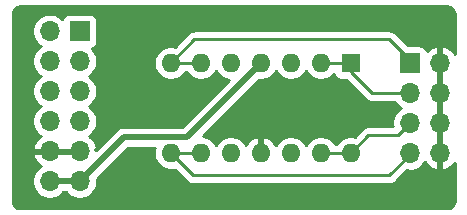
<source format=gbr>
G04 #@! TF.GenerationSoftware,KiCad,Pcbnew,5.1.10-1.fc33*
G04 #@! TF.CreationDate,2021-10-07T21:11:49-05:00*
G04 #@! TF.ProjectId,dac_pmod,6461635f-706d-46f6-942e-6b696361645f,A*
G04 #@! TF.SameCoordinates,Original*
G04 #@! TF.FileFunction,Copper,L2,Bot*
G04 #@! TF.FilePolarity,Positive*
%FSLAX46Y46*%
G04 Gerber Fmt 4.6, Leading zero omitted, Abs format (unit mm)*
G04 Created by KiCad (PCBNEW 5.1.10-1.fc33) date 2021-10-07 21:11:49*
%MOMM*%
%LPD*%
G01*
G04 APERTURE LIST*
G04 #@! TA.AperFunction,ComponentPad*
%ADD10O,1.600000X1.600000*%
G04 #@! TD*
G04 #@! TA.AperFunction,ComponentPad*
%ADD11R,1.600000X1.600000*%
G04 #@! TD*
G04 #@! TA.AperFunction,ComponentPad*
%ADD12O,1.700000X1.700000*%
G04 #@! TD*
G04 #@! TA.AperFunction,ComponentPad*
%ADD13R,1.700000X1.700000*%
G04 #@! TD*
G04 #@! TA.AperFunction,ViaPad*
%ADD14C,0.800000*%
G04 #@! TD*
G04 #@! TA.AperFunction,Conductor*
%ADD15C,0.500000*%
G04 #@! TD*
G04 #@! TA.AperFunction,Conductor*
%ADD16C,0.250000*%
G04 #@! TD*
G04 #@! TA.AperFunction,Conductor*
%ADD17C,0.254000*%
G04 #@! TD*
G04 #@! TA.AperFunction,Conductor*
%ADD18C,0.100000*%
G04 #@! TD*
G04 APERTURE END LIST*
D10*
X153750000Y-95620000D03*
X138510000Y-88000000D03*
X151210000Y-95620000D03*
X141050000Y-88000000D03*
X148670000Y-95620000D03*
X143590000Y-88000000D03*
X146130000Y-95620000D03*
X146130000Y-88000000D03*
X143590000Y-95620000D03*
X148670000Y-88000000D03*
X141050000Y-95620000D03*
X151210000Y-88000000D03*
X138510000Y-95620000D03*
D11*
X153750000Y-88000000D03*
D12*
X161290000Y-95620000D03*
X158750000Y-95620000D03*
X161290000Y-93080000D03*
X158750000Y-93080000D03*
X161290000Y-90540000D03*
X158750000Y-90540000D03*
X161290000Y-88000000D03*
D13*
X158750000Y-88000000D03*
D12*
X128255000Y-98005000D03*
X130795000Y-98005000D03*
X128255000Y-95465000D03*
X130795000Y-95465000D03*
X128255000Y-92925000D03*
X130795000Y-92925000D03*
X128255000Y-90385000D03*
X130795000Y-90385000D03*
X128255000Y-87845000D03*
X130795000Y-87845000D03*
X128255000Y-85305000D03*
D13*
X130795000Y-85305000D03*
D14*
X137500000Y-86000000D03*
X137500000Y-92250000D03*
X140000000Y-92250000D03*
X144250000Y-93250000D03*
X148250000Y-91500000D03*
X151500000Y-91500000D03*
X154750000Y-91500000D03*
D15*
X128255000Y-98005000D02*
X130795000Y-98005000D01*
X139860001Y-94269999D02*
X146130000Y-88000000D01*
X134530001Y-94269999D02*
X139860001Y-94269999D01*
X130795000Y-98005000D02*
X134530001Y-94269999D01*
D16*
X138510000Y-95620000D02*
X140390000Y-97500000D01*
X140390000Y-97500000D02*
X157000000Y-97500000D01*
X158750000Y-95750000D02*
X158750000Y-95620000D01*
X157000000Y-97500000D02*
X158750000Y-95750000D01*
X141050000Y-95620000D02*
X138510000Y-95620000D01*
X153750000Y-95620000D02*
X155250000Y-94120000D01*
X157710000Y-94120000D02*
X158750000Y-93080000D01*
X155250000Y-94120000D02*
X157710000Y-94120000D01*
X151210000Y-95620000D02*
X153750000Y-95620000D01*
X153750000Y-88000000D02*
X153750000Y-88750000D01*
X155540000Y-90540000D02*
X158750000Y-90540000D01*
X153750000Y-88750000D02*
X155540000Y-90540000D01*
X151210000Y-88000000D02*
X153750000Y-88000000D01*
X138510000Y-88000000D02*
X140510000Y-86000000D01*
X140510000Y-86000000D02*
X157000000Y-86000000D01*
X158750000Y-87750000D02*
X158750000Y-88000000D01*
X157000000Y-86000000D02*
X158750000Y-87750000D01*
X141050000Y-88000000D02*
X138510000Y-88000000D01*
D17*
X162042869Y-83224722D02*
X162156246Y-83258953D01*
X162260819Y-83314555D01*
X162352596Y-83389407D01*
X162428091Y-83480664D01*
X162484419Y-83584844D01*
X162519440Y-83697976D01*
X162535001Y-83846031D01*
X162535001Y-87197364D01*
X162387588Y-86999731D01*
X162171355Y-86804822D01*
X161921252Y-86655843D01*
X161646891Y-86558519D01*
X161417000Y-86679186D01*
X161417000Y-87873000D01*
X161437000Y-87873000D01*
X161437000Y-88127000D01*
X161417000Y-88127000D01*
X161417000Y-90413000D01*
X161437000Y-90413000D01*
X161437000Y-90667000D01*
X161417000Y-90667000D01*
X161417000Y-92953000D01*
X161437000Y-92953000D01*
X161437000Y-93207000D01*
X161417000Y-93207000D01*
X161417000Y-95493000D01*
X161437000Y-95493000D01*
X161437000Y-95747000D01*
X161417000Y-95747000D01*
X161417000Y-96940814D01*
X161646891Y-97061481D01*
X161921252Y-96964157D01*
X162171355Y-96815178D01*
X162387588Y-96620269D01*
X162535000Y-96422637D01*
X162535000Y-99662721D01*
X162520278Y-99812869D01*
X162486047Y-99926246D01*
X162430446Y-100030817D01*
X162355594Y-100122595D01*
X162264335Y-100198091D01*
X162160160Y-100254419D01*
X162047024Y-100289440D01*
X161898979Y-100305000D01*
X125762279Y-100305000D01*
X125612131Y-100290278D01*
X125498754Y-100256047D01*
X125394183Y-100200446D01*
X125302405Y-100125594D01*
X125226909Y-100034335D01*
X125170581Y-99930160D01*
X125135560Y-99817024D01*
X125120000Y-99668979D01*
X125120000Y-85158740D01*
X126770000Y-85158740D01*
X126770000Y-85451260D01*
X126827068Y-85738158D01*
X126939010Y-86008411D01*
X127101525Y-86251632D01*
X127308368Y-86458475D01*
X127482760Y-86575000D01*
X127308368Y-86691525D01*
X127101525Y-86898368D01*
X126939010Y-87141589D01*
X126827068Y-87411842D01*
X126770000Y-87698740D01*
X126770000Y-87991260D01*
X126827068Y-88278158D01*
X126939010Y-88548411D01*
X127101525Y-88791632D01*
X127308368Y-88998475D01*
X127482760Y-89115000D01*
X127308368Y-89231525D01*
X127101525Y-89438368D01*
X126939010Y-89681589D01*
X126827068Y-89951842D01*
X126770000Y-90238740D01*
X126770000Y-90531260D01*
X126827068Y-90818158D01*
X126939010Y-91088411D01*
X127101525Y-91331632D01*
X127308368Y-91538475D01*
X127482760Y-91655000D01*
X127308368Y-91771525D01*
X127101525Y-91978368D01*
X126939010Y-92221589D01*
X126827068Y-92491842D01*
X126770000Y-92778740D01*
X126770000Y-93071260D01*
X126827068Y-93358158D01*
X126939010Y-93628411D01*
X127101525Y-93871632D01*
X127308368Y-94078475D01*
X127490534Y-94200195D01*
X127373645Y-94269822D01*
X127157412Y-94464731D01*
X126983359Y-94698080D01*
X126858175Y-94960901D01*
X126813524Y-95108110D01*
X126934845Y-95338000D01*
X128128000Y-95338000D01*
X128128000Y-95318000D01*
X128382000Y-95318000D01*
X128382000Y-95338000D01*
X130668000Y-95338000D01*
X130668000Y-95318000D01*
X130922000Y-95318000D01*
X130922000Y-95338000D01*
X130942000Y-95338000D01*
X130942000Y-95592000D01*
X130922000Y-95592000D01*
X130922000Y-95612000D01*
X130668000Y-95612000D01*
X130668000Y-95592000D01*
X128382000Y-95592000D01*
X128382000Y-95612000D01*
X128128000Y-95612000D01*
X128128000Y-95592000D01*
X126934845Y-95592000D01*
X126813524Y-95821890D01*
X126858175Y-95969099D01*
X126983359Y-96231920D01*
X127157412Y-96465269D01*
X127373645Y-96660178D01*
X127490534Y-96729805D01*
X127308368Y-96851525D01*
X127101525Y-97058368D01*
X126939010Y-97301589D01*
X126827068Y-97571842D01*
X126770000Y-97858740D01*
X126770000Y-98151260D01*
X126827068Y-98438158D01*
X126939010Y-98708411D01*
X127101525Y-98951632D01*
X127308368Y-99158475D01*
X127551589Y-99320990D01*
X127821842Y-99432932D01*
X128108740Y-99490000D01*
X128401260Y-99490000D01*
X128688158Y-99432932D01*
X128958411Y-99320990D01*
X129201632Y-99158475D01*
X129408475Y-98951632D01*
X129449656Y-98890000D01*
X129600344Y-98890000D01*
X129641525Y-98951632D01*
X129848368Y-99158475D01*
X130091589Y-99320990D01*
X130361842Y-99432932D01*
X130648740Y-99490000D01*
X130941260Y-99490000D01*
X131228158Y-99432932D01*
X131498411Y-99320990D01*
X131741632Y-99158475D01*
X131948475Y-98951632D01*
X132110990Y-98708411D01*
X132222932Y-98438158D01*
X132280000Y-98151260D01*
X132280000Y-97858740D01*
X132265539Y-97786039D01*
X134896580Y-95154999D01*
X137149378Y-95154999D01*
X137130147Y-95201426D01*
X137075000Y-95478665D01*
X137075000Y-95761335D01*
X137130147Y-96038574D01*
X137238320Y-96299727D01*
X137395363Y-96534759D01*
X137595241Y-96734637D01*
X137830273Y-96891680D01*
X138091426Y-96999853D01*
X138368665Y-97055000D01*
X138651335Y-97055000D01*
X138833886Y-97018688D01*
X139826205Y-98011008D01*
X139849999Y-98040001D01*
X139878992Y-98063795D01*
X139878996Y-98063799D01*
X139949685Y-98121811D01*
X139965724Y-98134974D01*
X140097753Y-98205546D01*
X140241014Y-98249003D01*
X140352667Y-98260000D01*
X140352676Y-98260000D01*
X140389999Y-98263676D01*
X140427322Y-98260000D01*
X156962678Y-98260000D01*
X157000000Y-98263676D01*
X157037322Y-98260000D01*
X157037333Y-98260000D01*
X157148986Y-98249003D01*
X157292247Y-98205546D01*
X157424276Y-98134974D01*
X157540001Y-98040001D01*
X157563804Y-98010997D01*
X158492024Y-97082778D01*
X158603740Y-97105000D01*
X158896260Y-97105000D01*
X159183158Y-97047932D01*
X159453411Y-96935990D01*
X159696632Y-96773475D01*
X159903475Y-96566632D01*
X160021100Y-96390594D01*
X160192412Y-96620269D01*
X160408645Y-96815178D01*
X160658748Y-96964157D01*
X160933109Y-97061481D01*
X161163000Y-96940814D01*
X161163000Y-95747000D01*
X161143000Y-95747000D01*
X161143000Y-95493000D01*
X161163000Y-95493000D01*
X161163000Y-93207000D01*
X161143000Y-93207000D01*
X161143000Y-92953000D01*
X161163000Y-92953000D01*
X161163000Y-90667000D01*
X161143000Y-90667000D01*
X161143000Y-90413000D01*
X161163000Y-90413000D01*
X161163000Y-88127000D01*
X161143000Y-88127000D01*
X161143000Y-87873000D01*
X161163000Y-87873000D01*
X161163000Y-86679186D01*
X160933109Y-86558519D01*
X160658748Y-86655843D01*
X160408645Y-86804822D01*
X160212498Y-86981626D01*
X160189502Y-86905820D01*
X160130537Y-86795506D01*
X160051185Y-86698815D01*
X159954494Y-86619463D01*
X159844180Y-86560498D01*
X159724482Y-86524188D01*
X159600000Y-86511928D01*
X158586730Y-86511928D01*
X157563804Y-85489003D01*
X157540001Y-85459999D01*
X157424276Y-85365026D01*
X157292247Y-85294454D01*
X157148986Y-85250997D01*
X157037333Y-85240000D01*
X157037322Y-85240000D01*
X157000000Y-85236324D01*
X156962678Y-85240000D01*
X140547322Y-85240000D01*
X140509999Y-85236324D01*
X140472676Y-85240000D01*
X140472667Y-85240000D01*
X140361014Y-85250997D01*
X140217753Y-85294454D01*
X140085723Y-85365026D01*
X140002083Y-85433668D01*
X139969999Y-85459999D01*
X139946201Y-85488997D01*
X138833886Y-86601312D01*
X138651335Y-86565000D01*
X138368665Y-86565000D01*
X138091426Y-86620147D01*
X137830273Y-86728320D01*
X137595241Y-86885363D01*
X137395363Y-87085241D01*
X137238320Y-87320273D01*
X137130147Y-87581426D01*
X137075000Y-87858665D01*
X137075000Y-88141335D01*
X137130147Y-88418574D01*
X137238320Y-88679727D01*
X137395363Y-88914759D01*
X137595241Y-89114637D01*
X137830273Y-89271680D01*
X138091426Y-89379853D01*
X138368665Y-89435000D01*
X138651335Y-89435000D01*
X138928574Y-89379853D01*
X139189727Y-89271680D01*
X139424759Y-89114637D01*
X139624637Y-88914759D01*
X139728043Y-88760000D01*
X139831957Y-88760000D01*
X139935363Y-88914759D01*
X140135241Y-89114637D01*
X140370273Y-89271680D01*
X140631426Y-89379853D01*
X140908665Y-89435000D01*
X141191335Y-89435000D01*
X141468574Y-89379853D01*
X141729727Y-89271680D01*
X141964759Y-89114637D01*
X142164637Y-88914759D01*
X142320000Y-88682241D01*
X142475363Y-88914759D01*
X142675241Y-89114637D01*
X142910273Y-89271680D01*
X143171426Y-89379853D01*
X143444291Y-89434130D01*
X139493423Y-93384999D01*
X134573467Y-93384999D01*
X134530000Y-93380718D01*
X134486534Y-93384999D01*
X134486524Y-93384999D01*
X134356511Y-93397804D01*
X134189688Y-93448410D01*
X134035942Y-93530588D01*
X134035940Y-93530589D01*
X134035941Y-93530589D01*
X133934954Y-93613467D01*
X133934952Y-93613469D01*
X133901184Y-93641182D01*
X133873471Y-93674950D01*
X132210424Y-95337998D01*
X132115156Y-95337998D01*
X132236476Y-95108110D01*
X132191825Y-94960901D01*
X132066641Y-94698080D01*
X131892588Y-94464731D01*
X131676355Y-94269822D01*
X131559466Y-94200195D01*
X131741632Y-94078475D01*
X131948475Y-93871632D01*
X132110990Y-93628411D01*
X132222932Y-93358158D01*
X132280000Y-93071260D01*
X132280000Y-92778740D01*
X132222932Y-92491842D01*
X132110990Y-92221589D01*
X131948475Y-91978368D01*
X131741632Y-91771525D01*
X131567240Y-91655000D01*
X131741632Y-91538475D01*
X131948475Y-91331632D01*
X132110990Y-91088411D01*
X132222932Y-90818158D01*
X132280000Y-90531260D01*
X132280000Y-90238740D01*
X132222932Y-89951842D01*
X132110990Y-89681589D01*
X131948475Y-89438368D01*
X131741632Y-89231525D01*
X131567240Y-89115000D01*
X131741632Y-88998475D01*
X131948475Y-88791632D01*
X132110990Y-88548411D01*
X132222932Y-88278158D01*
X132280000Y-87991260D01*
X132280000Y-87698740D01*
X132222932Y-87411842D01*
X132110990Y-87141589D01*
X131948475Y-86898368D01*
X131816620Y-86766513D01*
X131889180Y-86744502D01*
X131999494Y-86685537D01*
X132096185Y-86606185D01*
X132175537Y-86509494D01*
X132234502Y-86399180D01*
X132270812Y-86279482D01*
X132283072Y-86155000D01*
X132283072Y-84455000D01*
X132270812Y-84330518D01*
X132234502Y-84210820D01*
X132175537Y-84100506D01*
X132096185Y-84003815D01*
X131999494Y-83924463D01*
X131889180Y-83865498D01*
X131769482Y-83829188D01*
X131645000Y-83816928D01*
X129945000Y-83816928D01*
X129820518Y-83829188D01*
X129700820Y-83865498D01*
X129590506Y-83924463D01*
X129493815Y-84003815D01*
X129414463Y-84100506D01*
X129355498Y-84210820D01*
X129333487Y-84283380D01*
X129201632Y-84151525D01*
X128958411Y-83989010D01*
X128688158Y-83877068D01*
X128401260Y-83820000D01*
X128108740Y-83820000D01*
X127821842Y-83877068D01*
X127551589Y-83989010D01*
X127308368Y-84151525D01*
X127101525Y-84358368D01*
X126939010Y-84601589D01*
X126827068Y-84871842D01*
X126770000Y-85158740D01*
X125120000Y-85158740D01*
X125120000Y-83852279D01*
X125134722Y-83702131D01*
X125168953Y-83588754D01*
X125224555Y-83484181D01*
X125299407Y-83392404D01*
X125390664Y-83316909D01*
X125494844Y-83260581D01*
X125607976Y-83225560D01*
X125756022Y-83210000D01*
X161892721Y-83210000D01*
X162042869Y-83224722D01*
G04 #@! TA.AperFunction,Conductor*
D18*
G36*
X162042869Y-83224722D02*
G01*
X162156246Y-83258953D01*
X162260819Y-83314555D01*
X162352596Y-83389407D01*
X162428091Y-83480664D01*
X162484419Y-83584844D01*
X162519440Y-83697976D01*
X162535001Y-83846031D01*
X162535001Y-87197364D01*
X162387588Y-86999731D01*
X162171355Y-86804822D01*
X161921252Y-86655843D01*
X161646891Y-86558519D01*
X161417000Y-86679186D01*
X161417000Y-87873000D01*
X161437000Y-87873000D01*
X161437000Y-88127000D01*
X161417000Y-88127000D01*
X161417000Y-90413000D01*
X161437000Y-90413000D01*
X161437000Y-90667000D01*
X161417000Y-90667000D01*
X161417000Y-92953000D01*
X161437000Y-92953000D01*
X161437000Y-93207000D01*
X161417000Y-93207000D01*
X161417000Y-95493000D01*
X161437000Y-95493000D01*
X161437000Y-95747000D01*
X161417000Y-95747000D01*
X161417000Y-96940814D01*
X161646891Y-97061481D01*
X161921252Y-96964157D01*
X162171355Y-96815178D01*
X162387588Y-96620269D01*
X162535000Y-96422637D01*
X162535000Y-99662721D01*
X162520278Y-99812869D01*
X162486047Y-99926246D01*
X162430446Y-100030817D01*
X162355594Y-100122595D01*
X162264335Y-100198091D01*
X162160160Y-100254419D01*
X162047024Y-100289440D01*
X161898979Y-100305000D01*
X125762279Y-100305000D01*
X125612131Y-100290278D01*
X125498754Y-100256047D01*
X125394183Y-100200446D01*
X125302405Y-100125594D01*
X125226909Y-100034335D01*
X125170581Y-99930160D01*
X125135560Y-99817024D01*
X125120000Y-99668979D01*
X125120000Y-85158740D01*
X126770000Y-85158740D01*
X126770000Y-85451260D01*
X126827068Y-85738158D01*
X126939010Y-86008411D01*
X127101525Y-86251632D01*
X127308368Y-86458475D01*
X127482760Y-86575000D01*
X127308368Y-86691525D01*
X127101525Y-86898368D01*
X126939010Y-87141589D01*
X126827068Y-87411842D01*
X126770000Y-87698740D01*
X126770000Y-87991260D01*
X126827068Y-88278158D01*
X126939010Y-88548411D01*
X127101525Y-88791632D01*
X127308368Y-88998475D01*
X127482760Y-89115000D01*
X127308368Y-89231525D01*
X127101525Y-89438368D01*
X126939010Y-89681589D01*
X126827068Y-89951842D01*
X126770000Y-90238740D01*
X126770000Y-90531260D01*
X126827068Y-90818158D01*
X126939010Y-91088411D01*
X127101525Y-91331632D01*
X127308368Y-91538475D01*
X127482760Y-91655000D01*
X127308368Y-91771525D01*
X127101525Y-91978368D01*
X126939010Y-92221589D01*
X126827068Y-92491842D01*
X126770000Y-92778740D01*
X126770000Y-93071260D01*
X126827068Y-93358158D01*
X126939010Y-93628411D01*
X127101525Y-93871632D01*
X127308368Y-94078475D01*
X127490534Y-94200195D01*
X127373645Y-94269822D01*
X127157412Y-94464731D01*
X126983359Y-94698080D01*
X126858175Y-94960901D01*
X126813524Y-95108110D01*
X126934845Y-95338000D01*
X128128000Y-95338000D01*
X128128000Y-95318000D01*
X128382000Y-95318000D01*
X128382000Y-95338000D01*
X130668000Y-95338000D01*
X130668000Y-95318000D01*
X130922000Y-95318000D01*
X130922000Y-95338000D01*
X130942000Y-95338000D01*
X130942000Y-95592000D01*
X130922000Y-95592000D01*
X130922000Y-95612000D01*
X130668000Y-95612000D01*
X130668000Y-95592000D01*
X128382000Y-95592000D01*
X128382000Y-95612000D01*
X128128000Y-95612000D01*
X128128000Y-95592000D01*
X126934845Y-95592000D01*
X126813524Y-95821890D01*
X126858175Y-95969099D01*
X126983359Y-96231920D01*
X127157412Y-96465269D01*
X127373645Y-96660178D01*
X127490534Y-96729805D01*
X127308368Y-96851525D01*
X127101525Y-97058368D01*
X126939010Y-97301589D01*
X126827068Y-97571842D01*
X126770000Y-97858740D01*
X126770000Y-98151260D01*
X126827068Y-98438158D01*
X126939010Y-98708411D01*
X127101525Y-98951632D01*
X127308368Y-99158475D01*
X127551589Y-99320990D01*
X127821842Y-99432932D01*
X128108740Y-99490000D01*
X128401260Y-99490000D01*
X128688158Y-99432932D01*
X128958411Y-99320990D01*
X129201632Y-99158475D01*
X129408475Y-98951632D01*
X129449656Y-98890000D01*
X129600344Y-98890000D01*
X129641525Y-98951632D01*
X129848368Y-99158475D01*
X130091589Y-99320990D01*
X130361842Y-99432932D01*
X130648740Y-99490000D01*
X130941260Y-99490000D01*
X131228158Y-99432932D01*
X131498411Y-99320990D01*
X131741632Y-99158475D01*
X131948475Y-98951632D01*
X132110990Y-98708411D01*
X132222932Y-98438158D01*
X132280000Y-98151260D01*
X132280000Y-97858740D01*
X132265539Y-97786039D01*
X134896580Y-95154999D01*
X137149378Y-95154999D01*
X137130147Y-95201426D01*
X137075000Y-95478665D01*
X137075000Y-95761335D01*
X137130147Y-96038574D01*
X137238320Y-96299727D01*
X137395363Y-96534759D01*
X137595241Y-96734637D01*
X137830273Y-96891680D01*
X138091426Y-96999853D01*
X138368665Y-97055000D01*
X138651335Y-97055000D01*
X138833886Y-97018688D01*
X139826205Y-98011008D01*
X139849999Y-98040001D01*
X139878992Y-98063795D01*
X139878996Y-98063799D01*
X139949685Y-98121811D01*
X139965724Y-98134974D01*
X140097753Y-98205546D01*
X140241014Y-98249003D01*
X140352667Y-98260000D01*
X140352676Y-98260000D01*
X140389999Y-98263676D01*
X140427322Y-98260000D01*
X156962678Y-98260000D01*
X157000000Y-98263676D01*
X157037322Y-98260000D01*
X157037333Y-98260000D01*
X157148986Y-98249003D01*
X157292247Y-98205546D01*
X157424276Y-98134974D01*
X157540001Y-98040001D01*
X157563804Y-98010997D01*
X158492024Y-97082778D01*
X158603740Y-97105000D01*
X158896260Y-97105000D01*
X159183158Y-97047932D01*
X159453411Y-96935990D01*
X159696632Y-96773475D01*
X159903475Y-96566632D01*
X160021100Y-96390594D01*
X160192412Y-96620269D01*
X160408645Y-96815178D01*
X160658748Y-96964157D01*
X160933109Y-97061481D01*
X161163000Y-96940814D01*
X161163000Y-95747000D01*
X161143000Y-95747000D01*
X161143000Y-95493000D01*
X161163000Y-95493000D01*
X161163000Y-93207000D01*
X161143000Y-93207000D01*
X161143000Y-92953000D01*
X161163000Y-92953000D01*
X161163000Y-90667000D01*
X161143000Y-90667000D01*
X161143000Y-90413000D01*
X161163000Y-90413000D01*
X161163000Y-88127000D01*
X161143000Y-88127000D01*
X161143000Y-87873000D01*
X161163000Y-87873000D01*
X161163000Y-86679186D01*
X160933109Y-86558519D01*
X160658748Y-86655843D01*
X160408645Y-86804822D01*
X160212498Y-86981626D01*
X160189502Y-86905820D01*
X160130537Y-86795506D01*
X160051185Y-86698815D01*
X159954494Y-86619463D01*
X159844180Y-86560498D01*
X159724482Y-86524188D01*
X159600000Y-86511928D01*
X158586730Y-86511928D01*
X157563804Y-85489003D01*
X157540001Y-85459999D01*
X157424276Y-85365026D01*
X157292247Y-85294454D01*
X157148986Y-85250997D01*
X157037333Y-85240000D01*
X157037322Y-85240000D01*
X157000000Y-85236324D01*
X156962678Y-85240000D01*
X140547322Y-85240000D01*
X140509999Y-85236324D01*
X140472676Y-85240000D01*
X140472667Y-85240000D01*
X140361014Y-85250997D01*
X140217753Y-85294454D01*
X140085723Y-85365026D01*
X140002083Y-85433668D01*
X139969999Y-85459999D01*
X139946201Y-85488997D01*
X138833886Y-86601312D01*
X138651335Y-86565000D01*
X138368665Y-86565000D01*
X138091426Y-86620147D01*
X137830273Y-86728320D01*
X137595241Y-86885363D01*
X137395363Y-87085241D01*
X137238320Y-87320273D01*
X137130147Y-87581426D01*
X137075000Y-87858665D01*
X137075000Y-88141335D01*
X137130147Y-88418574D01*
X137238320Y-88679727D01*
X137395363Y-88914759D01*
X137595241Y-89114637D01*
X137830273Y-89271680D01*
X138091426Y-89379853D01*
X138368665Y-89435000D01*
X138651335Y-89435000D01*
X138928574Y-89379853D01*
X139189727Y-89271680D01*
X139424759Y-89114637D01*
X139624637Y-88914759D01*
X139728043Y-88760000D01*
X139831957Y-88760000D01*
X139935363Y-88914759D01*
X140135241Y-89114637D01*
X140370273Y-89271680D01*
X140631426Y-89379853D01*
X140908665Y-89435000D01*
X141191335Y-89435000D01*
X141468574Y-89379853D01*
X141729727Y-89271680D01*
X141964759Y-89114637D01*
X142164637Y-88914759D01*
X142320000Y-88682241D01*
X142475363Y-88914759D01*
X142675241Y-89114637D01*
X142910273Y-89271680D01*
X143171426Y-89379853D01*
X143444291Y-89434130D01*
X139493423Y-93384999D01*
X134573467Y-93384999D01*
X134530000Y-93380718D01*
X134486534Y-93384999D01*
X134486524Y-93384999D01*
X134356511Y-93397804D01*
X134189688Y-93448410D01*
X134035942Y-93530588D01*
X134035940Y-93530589D01*
X134035941Y-93530589D01*
X133934954Y-93613467D01*
X133934952Y-93613469D01*
X133901184Y-93641182D01*
X133873471Y-93674950D01*
X132210424Y-95337998D01*
X132115156Y-95337998D01*
X132236476Y-95108110D01*
X132191825Y-94960901D01*
X132066641Y-94698080D01*
X131892588Y-94464731D01*
X131676355Y-94269822D01*
X131559466Y-94200195D01*
X131741632Y-94078475D01*
X131948475Y-93871632D01*
X132110990Y-93628411D01*
X132222932Y-93358158D01*
X132280000Y-93071260D01*
X132280000Y-92778740D01*
X132222932Y-92491842D01*
X132110990Y-92221589D01*
X131948475Y-91978368D01*
X131741632Y-91771525D01*
X131567240Y-91655000D01*
X131741632Y-91538475D01*
X131948475Y-91331632D01*
X132110990Y-91088411D01*
X132222932Y-90818158D01*
X132280000Y-90531260D01*
X132280000Y-90238740D01*
X132222932Y-89951842D01*
X132110990Y-89681589D01*
X131948475Y-89438368D01*
X131741632Y-89231525D01*
X131567240Y-89115000D01*
X131741632Y-88998475D01*
X131948475Y-88791632D01*
X132110990Y-88548411D01*
X132222932Y-88278158D01*
X132280000Y-87991260D01*
X132280000Y-87698740D01*
X132222932Y-87411842D01*
X132110990Y-87141589D01*
X131948475Y-86898368D01*
X131816620Y-86766513D01*
X131889180Y-86744502D01*
X131999494Y-86685537D01*
X132096185Y-86606185D01*
X132175537Y-86509494D01*
X132234502Y-86399180D01*
X132270812Y-86279482D01*
X132283072Y-86155000D01*
X132283072Y-84455000D01*
X132270812Y-84330518D01*
X132234502Y-84210820D01*
X132175537Y-84100506D01*
X132096185Y-84003815D01*
X131999494Y-83924463D01*
X131889180Y-83865498D01*
X131769482Y-83829188D01*
X131645000Y-83816928D01*
X129945000Y-83816928D01*
X129820518Y-83829188D01*
X129700820Y-83865498D01*
X129590506Y-83924463D01*
X129493815Y-84003815D01*
X129414463Y-84100506D01*
X129355498Y-84210820D01*
X129333487Y-84283380D01*
X129201632Y-84151525D01*
X128958411Y-83989010D01*
X128688158Y-83877068D01*
X128401260Y-83820000D01*
X128108740Y-83820000D01*
X127821842Y-83877068D01*
X127551589Y-83989010D01*
X127308368Y-84151525D01*
X127101525Y-84358368D01*
X126939010Y-84601589D01*
X126827068Y-84871842D01*
X126770000Y-85158740D01*
X125120000Y-85158740D01*
X125120000Y-83852279D01*
X125134722Y-83702131D01*
X125168953Y-83588754D01*
X125224555Y-83484181D01*
X125299407Y-83392404D01*
X125390664Y-83316909D01*
X125494844Y-83260581D01*
X125607976Y-83225560D01*
X125756022Y-83210000D01*
X161892721Y-83210000D01*
X162042869Y-83224722D01*
G37*
G04 #@! TD.AperFunction*
D17*
X150095363Y-88914759D02*
X150295241Y-89114637D01*
X150530273Y-89271680D01*
X150791426Y-89379853D01*
X151068665Y-89435000D01*
X151351335Y-89435000D01*
X151628574Y-89379853D01*
X151889727Y-89271680D01*
X152124759Y-89114637D01*
X152323357Y-88916039D01*
X152324188Y-88924482D01*
X152360498Y-89044180D01*
X152419463Y-89154494D01*
X152498815Y-89251185D01*
X152595506Y-89330537D01*
X152705820Y-89389502D01*
X152825518Y-89425812D01*
X152950000Y-89438072D01*
X153363271Y-89438072D01*
X154976201Y-91051003D01*
X154999999Y-91080001D01*
X155115724Y-91174974D01*
X155247753Y-91245546D01*
X155391014Y-91289003D01*
X155502667Y-91300000D01*
X155502676Y-91300000D01*
X155539999Y-91303676D01*
X155577322Y-91300000D01*
X157471822Y-91300000D01*
X157596525Y-91486632D01*
X157803368Y-91693475D01*
X157977760Y-91810000D01*
X157803368Y-91926525D01*
X157596525Y-92133368D01*
X157434010Y-92376589D01*
X157322068Y-92646842D01*
X157265000Y-92933740D01*
X157265000Y-93226260D01*
X157291603Y-93360000D01*
X155287322Y-93360000D01*
X155249999Y-93356324D01*
X155212676Y-93360000D01*
X155212667Y-93360000D01*
X155101014Y-93370997D01*
X154957753Y-93414454D01*
X154825724Y-93485026D01*
X154709999Y-93579999D01*
X154686201Y-93608997D01*
X154073886Y-94221312D01*
X153891335Y-94185000D01*
X153608665Y-94185000D01*
X153331426Y-94240147D01*
X153070273Y-94348320D01*
X152835241Y-94505363D01*
X152635363Y-94705241D01*
X152531957Y-94860000D01*
X152428043Y-94860000D01*
X152324637Y-94705241D01*
X152124759Y-94505363D01*
X151889727Y-94348320D01*
X151628574Y-94240147D01*
X151351335Y-94185000D01*
X151068665Y-94185000D01*
X150791426Y-94240147D01*
X150530273Y-94348320D01*
X150295241Y-94505363D01*
X150095363Y-94705241D01*
X149940000Y-94937759D01*
X149784637Y-94705241D01*
X149584759Y-94505363D01*
X149349727Y-94348320D01*
X149088574Y-94240147D01*
X148811335Y-94185000D01*
X148528665Y-94185000D01*
X148251426Y-94240147D01*
X147990273Y-94348320D01*
X147755241Y-94505363D01*
X147555363Y-94705241D01*
X147398320Y-94940273D01*
X147393933Y-94950865D01*
X147282385Y-94764869D01*
X147093414Y-94556481D01*
X146867420Y-94388963D01*
X146613087Y-94268754D01*
X146479039Y-94228096D01*
X146257000Y-94350085D01*
X146257000Y-95493000D01*
X146277000Y-95493000D01*
X146277000Y-95747000D01*
X146257000Y-95747000D01*
X146257000Y-95767000D01*
X146003000Y-95767000D01*
X146003000Y-95747000D01*
X145983000Y-95747000D01*
X145983000Y-95493000D01*
X146003000Y-95493000D01*
X146003000Y-94350085D01*
X145780961Y-94228096D01*
X145646913Y-94268754D01*
X145392580Y-94388963D01*
X145166586Y-94556481D01*
X144977615Y-94764869D01*
X144866067Y-94950865D01*
X144861680Y-94940273D01*
X144704637Y-94705241D01*
X144504759Y-94505363D01*
X144269727Y-94348320D01*
X144008574Y-94240147D01*
X143731335Y-94185000D01*
X143448665Y-94185000D01*
X143171426Y-94240147D01*
X142910273Y-94348320D01*
X142675241Y-94505363D01*
X142475363Y-94705241D01*
X142320000Y-94937759D01*
X142164637Y-94705241D01*
X141964759Y-94505363D01*
X141729727Y-94348320D01*
X141468574Y-94240147D01*
X141195708Y-94185870D01*
X145953561Y-89428017D01*
X145988665Y-89435000D01*
X146271335Y-89435000D01*
X146548574Y-89379853D01*
X146809727Y-89271680D01*
X147044759Y-89114637D01*
X147244637Y-88914759D01*
X147400000Y-88682241D01*
X147555363Y-88914759D01*
X147755241Y-89114637D01*
X147990273Y-89271680D01*
X148251426Y-89379853D01*
X148528665Y-89435000D01*
X148811335Y-89435000D01*
X149088574Y-89379853D01*
X149349727Y-89271680D01*
X149584759Y-89114637D01*
X149784637Y-88914759D01*
X149940000Y-88682241D01*
X150095363Y-88914759D01*
G04 #@! TA.AperFunction,Conductor*
D18*
G36*
X150095363Y-88914759D02*
G01*
X150295241Y-89114637D01*
X150530273Y-89271680D01*
X150791426Y-89379853D01*
X151068665Y-89435000D01*
X151351335Y-89435000D01*
X151628574Y-89379853D01*
X151889727Y-89271680D01*
X152124759Y-89114637D01*
X152323357Y-88916039D01*
X152324188Y-88924482D01*
X152360498Y-89044180D01*
X152419463Y-89154494D01*
X152498815Y-89251185D01*
X152595506Y-89330537D01*
X152705820Y-89389502D01*
X152825518Y-89425812D01*
X152950000Y-89438072D01*
X153363271Y-89438072D01*
X154976201Y-91051003D01*
X154999999Y-91080001D01*
X155115724Y-91174974D01*
X155247753Y-91245546D01*
X155391014Y-91289003D01*
X155502667Y-91300000D01*
X155502676Y-91300000D01*
X155539999Y-91303676D01*
X155577322Y-91300000D01*
X157471822Y-91300000D01*
X157596525Y-91486632D01*
X157803368Y-91693475D01*
X157977760Y-91810000D01*
X157803368Y-91926525D01*
X157596525Y-92133368D01*
X157434010Y-92376589D01*
X157322068Y-92646842D01*
X157265000Y-92933740D01*
X157265000Y-93226260D01*
X157291603Y-93360000D01*
X155287322Y-93360000D01*
X155249999Y-93356324D01*
X155212676Y-93360000D01*
X155212667Y-93360000D01*
X155101014Y-93370997D01*
X154957753Y-93414454D01*
X154825724Y-93485026D01*
X154709999Y-93579999D01*
X154686201Y-93608997D01*
X154073886Y-94221312D01*
X153891335Y-94185000D01*
X153608665Y-94185000D01*
X153331426Y-94240147D01*
X153070273Y-94348320D01*
X152835241Y-94505363D01*
X152635363Y-94705241D01*
X152531957Y-94860000D01*
X152428043Y-94860000D01*
X152324637Y-94705241D01*
X152124759Y-94505363D01*
X151889727Y-94348320D01*
X151628574Y-94240147D01*
X151351335Y-94185000D01*
X151068665Y-94185000D01*
X150791426Y-94240147D01*
X150530273Y-94348320D01*
X150295241Y-94505363D01*
X150095363Y-94705241D01*
X149940000Y-94937759D01*
X149784637Y-94705241D01*
X149584759Y-94505363D01*
X149349727Y-94348320D01*
X149088574Y-94240147D01*
X148811335Y-94185000D01*
X148528665Y-94185000D01*
X148251426Y-94240147D01*
X147990273Y-94348320D01*
X147755241Y-94505363D01*
X147555363Y-94705241D01*
X147398320Y-94940273D01*
X147393933Y-94950865D01*
X147282385Y-94764869D01*
X147093414Y-94556481D01*
X146867420Y-94388963D01*
X146613087Y-94268754D01*
X146479039Y-94228096D01*
X146257000Y-94350085D01*
X146257000Y-95493000D01*
X146277000Y-95493000D01*
X146277000Y-95747000D01*
X146257000Y-95747000D01*
X146257000Y-95767000D01*
X146003000Y-95767000D01*
X146003000Y-95747000D01*
X145983000Y-95747000D01*
X145983000Y-95493000D01*
X146003000Y-95493000D01*
X146003000Y-94350085D01*
X145780961Y-94228096D01*
X145646913Y-94268754D01*
X145392580Y-94388963D01*
X145166586Y-94556481D01*
X144977615Y-94764869D01*
X144866067Y-94950865D01*
X144861680Y-94940273D01*
X144704637Y-94705241D01*
X144504759Y-94505363D01*
X144269727Y-94348320D01*
X144008574Y-94240147D01*
X143731335Y-94185000D01*
X143448665Y-94185000D01*
X143171426Y-94240147D01*
X142910273Y-94348320D01*
X142675241Y-94505363D01*
X142475363Y-94705241D01*
X142320000Y-94937759D01*
X142164637Y-94705241D01*
X141964759Y-94505363D01*
X141729727Y-94348320D01*
X141468574Y-94240147D01*
X141195708Y-94185870D01*
X145953561Y-89428017D01*
X145988665Y-89435000D01*
X146271335Y-89435000D01*
X146548574Y-89379853D01*
X146809727Y-89271680D01*
X147044759Y-89114637D01*
X147244637Y-88914759D01*
X147400000Y-88682241D01*
X147555363Y-88914759D01*
X147755241Y-89114637D01*
X147990273Y-89271680D01*
X148251426Y-89379853D01*
X148528665Y-89435000D01*
X148811335Y-89435000D01*
X149088574Y-89379853D01*
X149349727Y-89271680D01*
X149584759Y-89114637D01*
X149784637Y-88914759D01*
X149940000Y-88682241D01*
X150095363Y-88914759D01*
G37*
G04 #@! TD.AperFunction*
M02*

</source>
